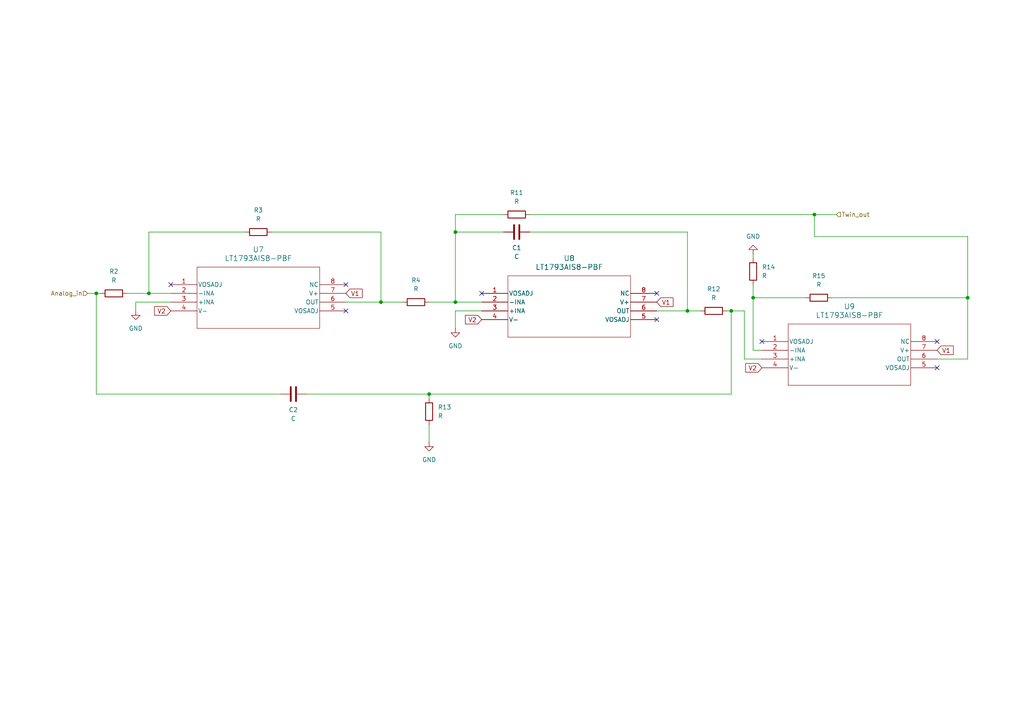
<source format=kicad_sch>
(kicad_sch (version 20250114) (generator "eeschema") (generator_version "9.0")
  (paper "A4")
  (lib_symbols
    (symbol "Amplifiers:LT1793AIS8-PBF" (pin_names (offset 0.254))
      (property "Reference" "U" (at 25.4 10.16 0))
      (property "Value" "LT1793AIS8-PBF" (at 25.4 7.62 0))
      (symbol "LT1793AIS8-PBF_0_1"
        (polyline (pts (xy 7.62 5.08) (xy 7.62 -12.7)) (stroke (width 0.127)))
        (polyline (pts (xy 7.62 -12.7) (xy 43.18 -12.7)) (stroke (width 0.127)))
        (polyline (pts (xy 43.18 5.08) (xy 7.62 5.08)) (stroke (width 0.127)))
        (polyline (pts (xy 43.18 -12.7) (xy 43.18 5.08)) (stroke (width 0.127)))
        (pin unspecified line (at 0 0 0) (length 7.62) (name "VOSADJ") (number "1"))
        (pin input line (at 0 -2.54 0) (length 7.62) (name "-INA") (number "2"))
        (pin input line (at 0 -5.08 0) (length 7.62) (name "+INA") (number "3"))
        (pin power_in line (at 0 -7.62 0) (length 7.62) (name "V-") (number "4"))
        (pin unspecified line (at 50.8 0 180) (length 7.62) (name "NC") (number "8"))
        (pin power_in line (at 50.8 -2.54 180) (length 7.62) (name "V+") (number "7"))
        (pin output line (at 50.8 -5.08 180) (length 7.62) (name "OUT") (number "6"))
        (pin unspecified line (at 50.8 -7.62 180) (length 7.62) (name "VOSADJ") (number "5"))
      )
    )
    (symbol "Device:C" (pin_numbers (hide yes)) (pin_names (offset 0.254))
      (property "Reference" "C" (at 0.635 2.54 0))
      (property "Value" "C" (at 0.635 -2.54 0))
      (symbol "C_0_1"
        (polyline (pts (xy -2.032 0.762) (xy 2.032 0.762)) (stroke (width 0.508)))
        (polyline (pts (xy -2.032 -0.762) (xy 2.032 -0.762)) (stroke (width 0.508)))
      )
      (symbol "C_1_1"
        (pin passive line (at 0 3.81 270) (length 2.794) (name "~") (number "1"))
        (pin passive line (at 0 -3.81 90) (length 2.794) (name "~") (number "2"))
      )
    )
    (symbol "Device:R" (pin_numbers (hide yes)) (pin_names (offset 0))
      (property "Reference" "R" (at 2.032 0 90))
      (property "Value" "R" (at 0 0 90))
      (symbol "R_0_1"
        (rectangle (start -1.016 -2.54) (end 1.016 2.54) (stroke (width 0.254)))
      )
      (symbol "R_1_1"
        (pin passive line (at 0 3.81 270) (length 1.27) (name "~") (number "1"))
        (pin passive line (at 0 -3.81 90) (length 1.27) (name "~") (number "2"))
      )
    )
    (symbol "power:GND" (power) (pin_numbers (hide yes)) (pin_names (offset 0) (hide yes))
      (property "Value" "GND" (at 0 -3.81 0))
      (symbol "GND_0_1"
        (polyline (pts (xy 0 0) (xy 0 -1.27) (xy 1.27 -1.27) (xy 0 -2.54) (xy -1.27 -1.27) (xy 0 -1.27)))
      )
      (symbol "GND_1_1"
        (pin power_in line (at 0 0 270) (length 0) (name "~") (number "1"))
      )
    )
  )
  (junction (at 199.39 90.17))
  (junction (at 212.09 90.17))
  (junction (at 27.94 85.09))
  (junction (at 43.18 85.09))
  (junction (at 110.49 87.63))
  (junction (at 124.46 114.3))
  (junction (at 132.08 87.63))
  (junction (at 280.67 86.36))
  (junction (at 132.08 67.31))
  (junction (at 218.44 86.36))
  (junction (at 236.22 62.23))
  (no_connect (at 100.33 82.55))
  (no_connect (at 139.7 85.09))
  (no_connect (at 190.5 85.09))
  (no_connect (at 220.98 99.06))
  (no_connect (at 271.78 106.68))
  (no_connect (at 190.5 92.71))
  (no_connect (at 49.53 82.55))
  (no_connect (at 100.33 90.17))
  (no_connect (at 271.78 99.06))
  (wire (pts (xy 124.46 114.3) (xy 212.09 114.3)))
  (wire (pts (xy 124.46 87.63) (xy 132.08 87.63)))
  (wire (pts (xy 25.4 85.09) (xy 27.94 85.09)))
  (wire (pts (xy 220.98 101.6) (xy 218.44 101.6)))
  (wire (pts (xy 88.9 114.3) (xy 124.46 114.3)))
  (wire (pts (xy 124.46 123.19) (xy 124.46 128.27)))
  (wire (pts (xy 81.28 114.3) (xy 27.94 114.3)))
  (wire (pts (xy 271.78 104.14) (xy 280.67 104.14)))
  (wire (pts (xy 27.94 85.09) (xy 29.21 85.09)))
  (wire (pts (xy 218.44 86.36) (xy 233.68 86.36)))
  (wire (pts (xy 124.46 114.3) (xy 124.46 115.57)))
  (wire (pts (xy 218.44 73.66) (xy 218.44 74.93)))
  (wire (pts (xy 110.49 67.31) (xy 78.74 67.31)))
  (wire (pts (xy 27.94 114.3) (xy 27.94 85.09)))
  (wire (pts (xy 110.49 87.63) (xy 116.84 87.63)))
  (wire (pts (xy 132.08 90.17) (xy 139.7 90.17)))
  (wire (pts (xy 132.08 67.31) (xy 146.05 67.31)))
  (wire (pts (xy 153.67 67.31) (xy 199.39 67.31)))
  (wire (pts (xy 280.67 68.58) (xy 236.22 68.58)))
  (wire (pts (xy 212.09 90.17) (xy 215.9 90.17)))
  (wire (pts (xy 39.37 87.63) (xy 49.53 87.63)))
  (wire (pts (xy 210.82 90.17) (xy 212.09 90.17)))
  (wire (pts (xy 241.3 86.36) (xy 280.67 86.36)))
  (wire (pts (xy 153.67 62.23) (xy 236.22 62.23)))
  (wire (pts (xy 132.08 62.23) (xy 132.08 67.31)))
  (wire (pts (xy 199.39 67.31) (xy 199.39 90.17)))
  (wire (pts (xy 39.37 90.17) (xy 39.37 87.63)))
  (wire (pts (xy 236.22 68.58) (xy 236.22 62.23)))
  (wire (pts (xy 43.18 67.31) (xy 43.18 85.09)))
  (wire (pts (xy 132.08 87.63) (xy 132.08 67.31)))
  (wire (pts (xy 280.67 86.36) (xy 280.67 104.14)))
  (wire (pts (xy 146.05 62.23) (xy 132.08 62.23)))
  (wire (pts (xy 280.67 68.58) (xy 280.67 86.36)))
  (wire (pts (xy 215.9 90.17) (xy 215.9 104.14)))
  (wire (pts (xy 110.49 87.63) (xy 110.49 67.31)))
  (wire (pts (xy 132.08 87.63) (xy 139.7 87.63)))
  (wire (pts (xy 100.33 87.63) (xy 110.49 87.63)))
  (wire (pts (xy 71.12 67.31) (xy 43.18 67.31)))
  (wire (pts (xy 43.18 85.09) (xy 49.53 85.09)))
  (wire (pts (xy 236.22 62.23) (xy 242.57 62.23)))
  (wire (pts (xy 215.9 104.14) (xy 220.98 104.14)))
  (wire (pts (xy 190.5 90.17) (xy 199.39 90.17)))
  (wire (pts (xy 132.08 90.17) (xy 132.08 95.25)))
  (wire (pts (xy 212.09 114.3) (xy 212.09 90.17)))
  (wire (pts (xy 199.39 90.17) (xy 203.2 90.17)))
  (wire (pts (xy 218.44 82.55) (xy 218.44 86.36)))
  (wire (pts (xy 218.44 86.36) (xy 218.44 101.6)))
  (wire (pts (xy 36.83 85.09) (xy 43.18 85.09)))
  (global_label "V1" (shape input) (at 100.33 85.09 0) (property "Intersheetrefs" "${INTERSHEET_REFS}" (effects (hide yes))))
  (global_label "V1" (shape input) (at 190.5 87.63 0) (property "Intersheetrefs" "${INTERSHEET_REFS}" (effects (hide yes))))
  (global_label "V2" (shape input) (at 220.98 106.68 180) (property "Intersheetrefs" "${INTERSHEET_REFS}" (effects (hide yes))))
  (global_label "V1" (shape input) (at 271.78 101.6 0) (property "Intersheetrefs" "${INTERSHEET_REFS}" (effects (hide yes))))
  (global_label "V2" (shape input) (at 49.53 90.17 180) (property "Intersheetrefs" "${INTERSHEET_REFS}" (effects (hide yes))))
  (global_label "V2" (shape input) (at 139.7 92.71 180) (property "Intersheetrefs" "${INTERSHEET_REFS}" (effects (hide yes))))
  (hierarchical_label "Analog_in" (shape input) (at 25.4 85.09 180))
  (hierarchical_label "Twin_out" (shape input) (at 242.57 62.23 0))
  (symbol (lib_id "Amplifiers:LT1793AIS8-PBF") (at 220.98 99.06 0) (unit 1)
    (property "Reference" "U9" (at 246.38 88.9 0) (effects (font (size 1.524 1.524))))
    (property "Value" "LT1793AIS8-PBF" (at 246.38 91.44 0) (effects (font (size 1.524 1.524))))
    (property "Footprint" "SO-8_S_LIT" (effects (hide yes)))
    (property "Datasheet" "LT1793AIS8-PBF" (effects (hide yes)))
  )
  (symbol (lib_id "Device:C") (at 149.86 67.31 270) (unit 1)
    (property "Reference" "C1" (at 149.86 71.882 90))
    (property "Value" "C" (at 149.86 74.422 90))
    (property "Description" "Unpolarized capacitor" (effects (hide yes)))
  )
  (symbol (lib_id "Device:R") (at 218.44 78.74 0) (unit 1)
    (property "Reference" "R14" (at 220.98 77.4699 0) (effects (justify left)))
    (property "Value" "R" (at 220.98 80.0099 0) (effects (justify left)))
    (property "Description" "Resistor" (effects (hide yes)))
  )
  (symbol (lib_id "Amplifiers:LT1793AIS8-PBF") (at 49.53 82.55 0) (unit 1)
    (property "Reference" "U7" (at 74.93 72.39 0) (effects (font (size 1.524 1.524))))
    (property "Value" "LT1793AIS8-PBF" (at 74.93 74.93 0) (effects (font (size 1.524 1.524))))
    (property "Footprint" "SO-8_S_LIT" (effects (hide yes)))
    (property "Datasheet" "LT1793AIS8-PBF" (effects (hide yes)))
  )
  (symbol (lib_id "Device:R") (at 207.01 90.17 90) (unit 1)
    (property "Reference" "R12" (at 207.01 83.82 90))
    (property "Value" "R" (at 207.01 86.36 90))
    (property "Description" "Resistor" (effects (hide yes)))
  )
  (symbol (lib_id "Device:R") (at 149.86 62.23 90) (unit 1)
    (property "Reference" "R11" (at 149.86 55.88 90))
    (property "Value" "R" (at 149.86 58.42 90))
    (property "Description" "Resistor" (effects (hide yes)))
  )
  (symbol (lib_id "power:GND") (at 124.46 128.27 0) (unit 1)
    (property "Reference" "#PWR010" (effects (hide yes)))
    (property "Value" "GND" (at 124.46 133.35 0))
    (property "Description" "Power symbol creates a global label with name \"GND\" , ground" (effects (hide yes)))
  )
  (symbol (lib_id "Device:R") (at 237.49 86.36 270) (unit 1)
    (property "Reference" "R15" (at 237.49 80.01 90))
    (property "Value" "R" (at 237.49 82.55 90))
    (property "Description" "Resistor" (effects (hide yes)))
  )
  (symbol (lib_id "Device:R") (at 120.65 87.63 90) (unit 1)
    (property "Reference" "R4" (at 120.65 81.28 90))
    (property "Value" "R" (at 120.65 83.82 90))
    (property "Description" "Resistor" (effects (hide yes)))
  )
  (symbol (lib_id "Device:R") (at 124.46 119.38 180) (unit 1)
    (property "Reference" "R13" (at 127 118.1099 0) (effects (justify right)))
    (property "Value" "R" (at 127 120.6499 0) (effects (justify right)))
    (property "Description" "Resistor" (effects (hide yes)))
  )
  (symbol (lib_id "power:GND") (at 39.37 90.17 0) (unit 1)
    (property "Reference" "#PWR04" (effects (hide yes)))
    (property "Value" "GND" (at 39.37 95.25 0))
    (property "Description" "Power symbol creates a global label with name \"GND\" , ground" (effects (hide yes)))
  )
  (symbol (lib_id "power:GND") (at 218.44 73.66 180) (unit 1)
    (property "Reference" "#PWR011" (effects (hide yes)))
    (property "Value" "GND" (at 218.44 68.58 0))
    (property "Description" "Power symbol creates a global label with name \"GND\" , ground" (effects (hide yes)))
  )
  (symbol (lib_id "Device:C") (at 85.09 114.3 270) (unit 1)
    (property "Reference" "C2" (at 85.09 118.872 90))
    (property "Value" "C" (at 85.09 121.412 90))
    (property "Description" "Unpolarized capacitor" (effects (hide yes)))
  )
  (symbol (lib_id "Device:R") (at 33.02 85.09 90) (unit 1)
    (property "Reference" "R2" (at 33.02 78.74 90))
    (property "Value" "R" (at 33.02 81.28 90))
    (property "Description" "Resistor" (effects (hide yes)))
  )
  (symbol (lib_id "Device:R") (at 74.93 67.31 90) (unit 1)
    (property "Reference" "R3" (at 74.93 60.96 90))
    (property "Value" "R" (at 74.93 63.5 90))
    (property "Description" "Resistor" (effects (hide yes)))
  )
  (symbol (lib_id "Amplifiers:LT1793AIS8-PBF") (at 139.7 85.09 0) (unit 1)
    (property "Reference" "U8" (at 165.1 74.93 0) (effects (font (size 1.524 1.524))))
    (property "Value" "LT1793AIS8-PBF" (at 165.1 77.47 0) (effects (font (size 1.524 1.524))))
    (property "Footprint" "SO-8_S_LIT" (effects (hide yes)))
    (property "Datasheet" "LT1793AIS8-PBF" (effects (hide yes)))
  )
  (symbol (lib_id "power:GND") (at 132.08 95.25 0) (unit 1)
    (property "Reference" "#PWR05" (effects (hide yes)))
    (property "Value" "GND" (at 132.08 100.33 0))
    (property "Description" "Power symbol creates a global label with name \"GND\" , ground" (effects (hide yes)))
  )
)
</source>
